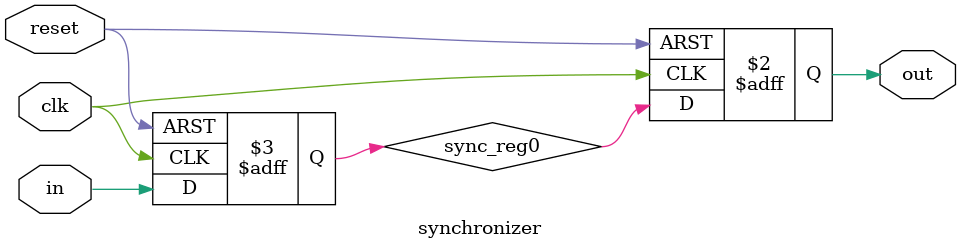
<source format=v>
/*
 #######################################################
 # Synchronizer circuit
 #######################################################
  */
module synchronizer (/*AUTOARG*/
   // Outputs
   out,
   // Inputs
   in, clk, reset
   );

   parameter DW = 1;
   
   //Input Side   
   input  [DW-1:0] in;   
   input           clk;
   input 	   reset;
   
   //Output Side
   output [DW-1:0] out;

   //Three stages
   reg [DW-1:0] sync_reg0;
   reg [DW-1:0] out;
     
   //We use two flip-flops for metastability improvement
   always @ (posedge clk or posedge reset)
     if(reset)
       begin
	  sync_reg0[DW-1:0] <= {(DW){1'b0}};
	  out[DW-1:0]       <= {(DW){1'b0}};
	 end
     else
       begin
	  sync_reg0[DW-1:0] <= in[DW-1:0];
	  out[DW-1:0]       <= sync_reg0[DW-1:0];
       end
   

endmodule // synchronizer

/*
  Copyright (C) 2013 Adapteva, Inc.
  Contributed by Andreas Olofsson <support@adapteva.com>

  This program is free software: you can redistribute it and/or modify
  it under the terms of the GNU General Public License as published by
  the Free Software Foundation, either version 3 of the License, or
  (at your option) any later version.

  This program is distributed in the hope that it will be useful,
  but WITHOUT ANY WARRANTY; without even the implied warranty of
  MERCHANTABILITY or FITNESS FOR A PARTICULAR PURPOSE.  See the
  GNU General Public License for more details.

  You should have received a copy of the GNU General Public License
  along with this program (see the file COPYING).  If not, see
  <http://www.gnu.org/licenses/>.
*/

</source>
